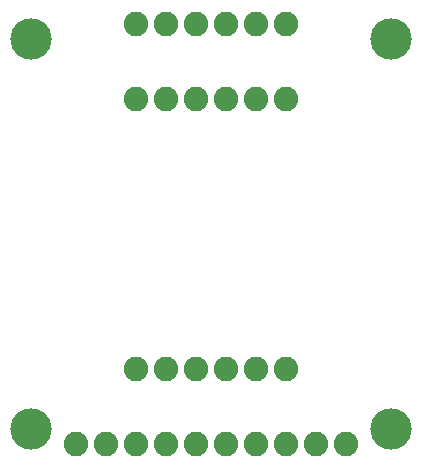
<source format=gbs>
G75*
G70*
%OFA0B0*%
%FSLAX24Y24*%
%IPPOS*%
%LPD*%
%AMOC8*
5,1,8,0,0,1.08239X$1,22.5*
%
%ADD10C,0.0820*%
%ADD11C,0.1380*%
D10*
X013333Y007833D03*
X014333Y007833D03*
X015333Y007833D03*
X016333Y007833D03*
X017333Y007833D03*
X018333Y007833D03*
X019333Y007833D03*
X020333Y007833D03*
X021333Y007833D03*
X022333Y007833D03*
X020333Y010333D03*
X019333Y010333D03*
X018333Y010333D03*
X017333Y010333D03*
X016333Y010333D03*
X015333Y010333D03*
X015333Y019333D03*
X016333Y019333D03*
X017333Y019333D03*
X018333Y019333D03*
X019333Y019333D03*
X020333Y019333D03*
X020333Y021833D03*
X019333Y021833D03*
X018333Y021833D03*
X017333Y021833D03*
X016333Y021833D03*
X015333Y021833D03*
D11*
X011833Y021333D03*
X023833Y021333D03*
X023833Y008333D03*
X011833Y008333D03*
M02*

</source>
